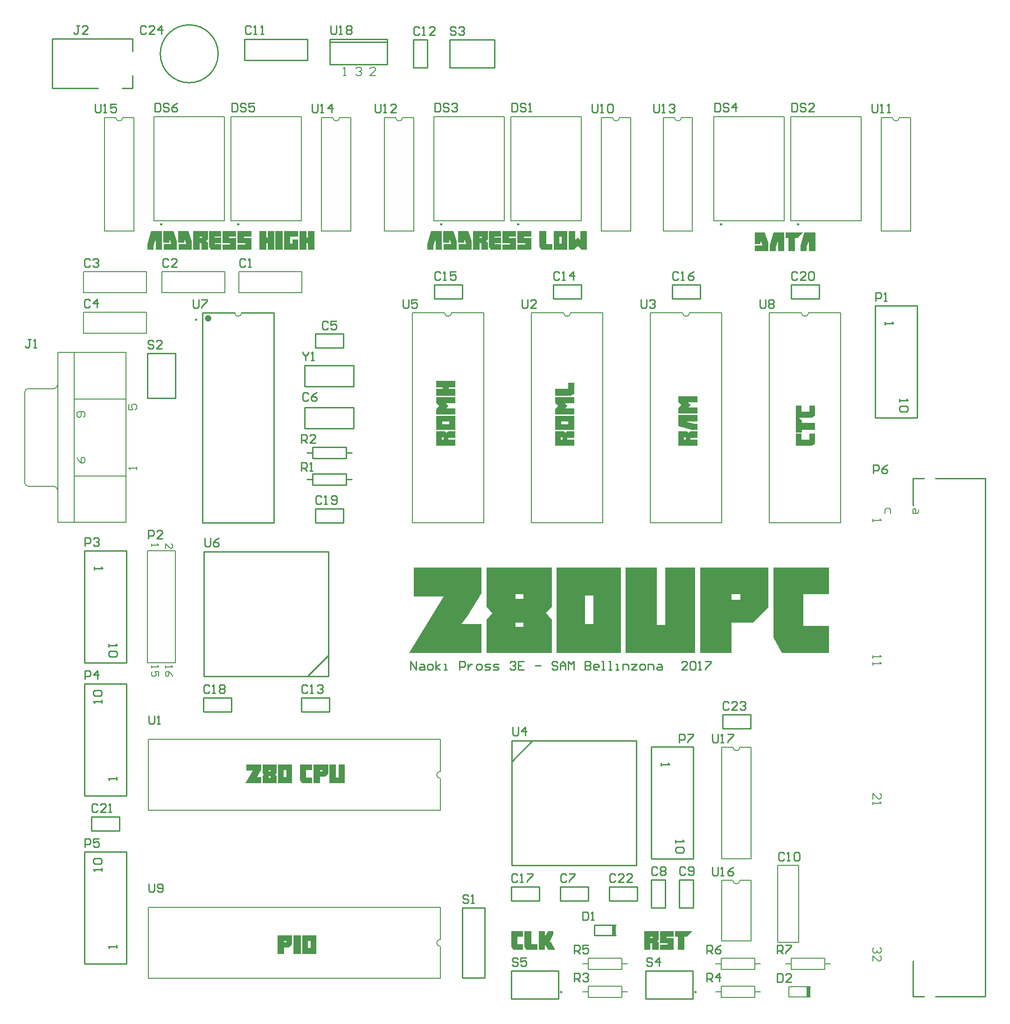
<source format=gbr>
From a29b4fd588d6f3136bfef0d5dc1ee40ead328b15 Mon Sep 17 00:00:00 2001
From: Nao Pross <naopross@thearcway.org>
Date: Tue, 23 May 2017 11:51:48 +0200
Subject: board complete, generate gerber (x2) files

this is probably the last commit before printing the PCB, unless there are some
other errors in the board design
---
 .../GerberX2/MainBoard_Legend_Top.gbr              | 3586 ++++++++++++++++++++
 1 file changed, 3586 insertions(+)
 create mode 100644 hw/Project Outputs for z80uPC/GerberX2/MainBoard_Legend_Top.gbr

(limited to 'hw/Project Outputs for z80uPC/GerberX2/MainBoard_Legend_Top.gbr')

diff --git a/hw/Project Outputs for z80uPC/GerberX2/MainBoard_Legend_Top.gbr b/hw/Project Outputs for z80uPC/GerberX2/MainBoard_Legend_Top.gbr
new file mode 100644
index 0000000..e7bb028
--- /dev/null
+++ b/hw/Project Outputs for z80uPC/GerberX2/MainBoard_Legend_Top.gbr	
@@ -0,0 +1,3586 @@
+G04 Layer_Color=65535*
+%FSLAX26Y26*%
+%MOIN*%
+%TF.FileFunction,Legend,Top*%
+%TF.Part,Single*%
+G01*
+G75*
+%TA.AperFunction,NonConductor*%
+%ADD14C,0.010000*%
+%ADD60C,0.007874*%
+%ADD61C,0.009842*%
+%ADD62C,0.023622*%
+%ADD63C,0.005905*%
+%ADD64C,0.008000*%
+%ADD65R,0.031496X0.074803*%
+G36*
+X4254211Y523115D02*
+X4243661Y512564D01*
+X4254211Y502013D01*
+Y450000D01*
+X4207936D01*
+Y497756D01*
+X4194609D01*
+Y450000D01*
+X4150000D01*
+Y584568D01*
+X4254211D01*
+Y523115D01*
+D02*
+G37*
+G36*
+X3650000Y4420940D02*
+X3626307Y4407983D01*
+X3515432D01*
+Y4456665D01*
+X3608352D01*
+Y4499978D01*
+X3650000D01*
+Y4420940D01*
+D02*
+G37*
+G36*
+X4456155Y542735D02*
+X4438386D01*
+Y450000D01*
+X4390445D01*
+Y542735D01*
+X4371194D01*
+Y584753D01*
+X4495026D01*
+X4456155Y542735D01*
+D02*
+G37*
+G36*
+X4361569Y545512D02*
+X4309926D01*
+Y535146D01*
+X4361569D01*
+Y450000D01*
+X4263837D01*
+Y485909D01*
+X4317701D01*
+Y499051D01*
+X4263837D01*
+Y584568D01*
+X4361569D01*
+Y545512D01*
+D02*
+G37*
+G36*
+X3650000Y4107936D02*
+X3602244D01*
+Y4094609D01*
+X3650000D01*
+Y4050000D01*
+X3515432D01*
+Y4154211D01*
+X3576885D01*
+X3587436Y4143661D01*
+X3597987Y4154211D01*
+X3650000D01*
+Y4107936D01*
+D02*
+G37*
+G36*
+X2800000Y4467030D02*
+X2753540D01*
+Y4456665D01*
+X2800000D01*
+Y4407983D01*
+X2665432D01*
+Y4456665D01*
+X2712263D01*
+Y4467030D01*
+X2665432D01*
+Y4513305D01*
+X2800000D01*
+Y4467030D01*
+D02*
+G37*
+G36*
+X3650000Y4353379D02*
+X3584289D01*
+X3602244Y4335424D01*
+X3584289Y4317655D01*
+X3650000D01*
+Y4273046D01*
+X3515432D01*
+Y4313212D01*
+X3537274Y4335424D01*
+X3515432Y4357821D01*
+Y4398358D01*
+X3650000D01*
+Y4353379D01*
+D02*
+G37*
+G36*
+Y4163837D02*
+X3515247D01*
+Y4263420D01*
+X3650000D01*
+Y4163837D01*
+D02*
+G37*
+G36*
+X2919112Y5511823D02*
+Y5450000D01*
+X2823416D01*
+Y5491277D01*
+X2877835D01*
+Y5495720D01*
+X2864693Y5534035D01*
+Y5501458D01*
+X2822120D01*
+Y5584568D01*
+X2893569D01*
+X2919112Y5511823D01*
+D02*
+G37*
+G36*
+X2812310D02*
+Y5450000D01*
+X2716613D01*
+Y5491277D01*
+X2771032D01*
+Y5495720D01*
+X2757890Y5534035D01*
+Y5501458D01*
+X2715317D01*
+Y5584568D01*
+X2786766D01*
+X2812310Y5511823D01*
+D02*
+G37*
+G36*
+X3128831Y5544216D02*
+X3082741D01*
+Y5536812D01*
+X3128831D01*
+Y5497756D01*
+X3082741D01*
+Y5490167D01*
+X3128831D01*
+Y5450000D01*
+X3055161D01*
+X3042759Y5473508D01*
+Y5584568D01*
+X3128831D01*
+Y5544216D01*
+D02*
+G37*
+G36*
+X3033134Y5523114D02*
+X3022583Y5512564D01*
+X3033134Y5502013D01*
+Y5450000D01*
+X2986859D01*
+Y5497756D01*
+X2973532D01*
+Y5450000D01*
+X2928923D01*
+Y5584568D01*
+X3033134D01*
+Y5523114D01*
+D02*
+G37*
+G36*
+X3344378Y491647D02*
+X3387691D01*
+Y450000D01*
+X3308654D01*
+X3295697Y473693D01*
+Y584568D01*
+X3344378D01*
+Y491647D01*
+D02*
+G37*
+G36*
+X3286072Y545512D02*
+X3244424D01*
+Y490167D01*
+X3286072D01*
+Y450000D01*
+X3213142D01*
+X3200000Y473508D01*
+Y584568D01*
+X3286072D01*
+Y545512D01*
+D02*
+G37*
+G36*
+X2705692Y5450000D02*
+X2661083D01*
+Y5530519D01*
+X2644609Y5476284D01*
+Y5450000D01*
+X2600000D01*
+Y5490167D01*
+X2628135Y5584568D01*
+X2705692D01*
+Y5450000D01*
+D02*
+G37*
+G36*
+X3502268Y560690D02*
+X3474133Y508862D01*
+X3483018D01*
+X3515410Y450000D01*
+X3464508D01*
+X3441741Y492203D01*
+Y450000D01*
+X3397502D01*
+Y584568D01*
+X3441741D01*
+Y543290D01*
+X3465248Y584568D01*
+X3502268D01*
+Y560690D01*
+D02*
+G37*
+G36*
+X2800000Y4353379D02*
+X2734289D01*
+X2752244Y4335424D01*
+X2734289Y4317655D01*
+X2800000D01*
+Y4273046D01*
+X2665432D01*
+Y4313212D01*
+X2687274Y4335424D01*
+X2665432Y4357821D01*
+Y4398358D01*
+X2800000D01*
+Y4353379D01*
+D02*
+G37*
+G36*
+X1633920Y1640000D02*
+X1534337D01*
+Y1774753D01*
+X1633920D01*
+Y1640000D01*
+D02*
+G37*
+G36*
+X1524711Y1713855D02*
+X1515456Y1703304D01*
+X1524711Y1691458D01*
+Y1640000D01*
+X1423091D01*
+Y1691458D01*
+X1432161Y1702008D01*
+X1423091Y1713855D01*
+Y1774568D01*
+X1524711D01*
+Y1713855D01*
+D02*
+G37*
+G36*
+X1893245Y1712189D02*
+X1869923Y1689052D01*
+X1833828D01*
+Y1640000D01*
+X1787368D01*
+Y1774568D01*
+X1893245D01*
+Y1712189D01*
+D02*
+G37*
+G36*
+X1777743Y1735512D02*
+X1736096D01*
+Y1680167D01*
+X1777743D01*
+Y1640000D01*
+X1704814D01*
+X1691672Y1663508D01*
+Y1774568D01*
+X1777743D01*
+Y1735512D01*
+D02*
+G37*
+G36*
+X1698256Y420000D02*
+X1645502D01*
+Y554568D01*
+X1698256D01*
+Y420000D01*
+D02*
+G37*
+G36*
+X1635877Y492189D02*
+X1612555Y469051D01*
+X1576460D01*
+Y420000D01*
+X1530000D01*
+Y554568D01*
+X1635877D01*
+Y492189D01*
+D02*
+G37*
+G36*
+X1413466Y1735697D02*
+Y1735512D01*
+X1413281Y1735326D01*
+X1413096Y1734771D01*
+X1412726Y1734216D01*
+X1411615Y1732365D01*
+X1410320Y1729959D01*
+Y1729774D01*
+X1409949Y1729403D01*
+X1409579Y1728663D01*
+X1409024Y1727737D01*
+X1408284Y1726627D01*
+X1407543Y1725516D01*
+X1405692Y1722555D01*
+X1405507Y1722370D01*
+X1405322Y1721814D01*
+X1404767Y1721074D01*
+X1404211Y1719963D01*
+X1403286Y1718668D01*
+X1402545Y1717187D01*
+X1400509Y1714040D01*
+X1400324Y1713855D01*
+X1399954Y1713300D01*
+X1399399Y1712374D01*
+X1398843Y1711264D01*
+X1397918Y1709968D01*
+X1396992Y1708487D01*
+X1394956Y1705155D01*
+Y1704970D01*
+X1394586Y1704785D01*
+X1394401Y1704045D01*
+X1393846Y1703304D01*
+X1393290Y1702379D01*
+X1392550Y1701268D01*
+X1390884Y1698492D01*
+X1388848Y1695345D01*
+X1386442Y1691643D01*
+X1383850Y1687571D01*
+X1381074Y1683313D01*
+X1413466D01*
+Y1640000D01*
+X1300185D01*
+X1355900Y1731069D01*
+X1307589D01*
+Y1774568D01*
+X1413466D01*
+Y1735697D01*
+D02*
+G37*
+G36*
+X1807650Y420000D02*
+X1708066D01*
+Y554753D01*
+X1807650D01*
+Y420000D01*
+D02*
+G37*
+G36*
+X4530000Y4359487D02*
+X4464289D01*
+X4482244Y4341533D01*
+X4464289Y4323763D01*
+X4530000D01*
+Y4279154D01*
+X4395432D01*
+Y4319320D01*
+X4417274Y4341533D01*
+X4395432Y4363930D01*
+Y4404467D01*
+X4530000D01*
+Y4359487D01*
+D02*
+G37*
+G36*
+Y4224919D02*
+X4449481D01*
+X4503716Y4208446D01*
+X4530000D01*
+Y4163837D01*
+X4489833D01*
+X4395432Y4191972D01*
+Y4269529D01*
+X4530000D01*
+Y4224919D01*
+D02*
+G37*
+G36*
+X2800000Y4163837D02*
+X2665247D01*
+Y4263420D01*
+X2800000D01*
+Y4163837D01*
+D02*
+G37*
+G36*
+Y4107936D02*
+X2752244D01*
+Y4094609D01*
+X2800000D01*
+Y4050000D01*
+X2665432D01*
+Y4154211D01*
+X2726885D01*
+X2737436Y4143661D01*
+X2747987Y4154211D01*
+X2800000D01*
+Y4107936D01*
+D02*
+G37*
+G36*
+X5370000Y4063142D02*
+X5346492Y4050000D01*
+X5235432D01*
+Y4136072D01*
+X5274488D01*
+Y4094424D01*
+X5329833D01*
+Y4136072D01*
+X5370000D01*
+Y4063142D01*
+D02*
+G37*
+G36*
+X2011709Y1640000D02*
+X1902871D01*
+Y1774568D01*
+X1948961D01*
+Y1681648D01*
+X1966915D01*
+Y1774568D01*
+X2011709D01*
+Y1640000D01*
+D02*
+G37*
+G36*
+X4530000Y4107936D02*
+X4482244D01*
+Y4094609D01*
+X4530000D01*
+Y4050000D01*
+X4395432D01*
+Y4154211D01*
+X4456886D01*
+X4467436Y4143661D01*
+X4477987Y4154211D01*
+X4530000D01*
+Y4107936D01*
+D02*
+G37*
+G36*
+X5370000Y4264161D02*
+X5346492Y4251019D01*
+X5255256D01*
+X5277265Y4230658D01*
+Y4212888D01*
+X5370000D01*
+Y4164947D01*
+X5277265D01*
+Y4145697D01*
+X5235247D01*
+Y4269529D01*
+X5235432Y4269357D01*
+Y4337090D01*
+X5274488D01*
+Y4295443D01*
+X5329833D01*
+Y4337090D01*
+X5370000D01*
+Y4264161D01*
+D02*
+G37*
+G36*
+X1343547Y5545512D02*
+X1291904D01*
+Y5535146D01*
+X1343547D01*
+Y5450000D01*
+X1245814D01*
+Y5485909D01*
+X1299678D01*
+Y5499051D01*
+X1245814D01*
+Y5584568D01*
+X1343547D01*
+Y5545512D01*
+D02*
+G37*
+G36*
+X1568998Y5450000D02*
+X1516245D01*
+Y5584568D01*
+X1568998D01*
+Y5450000D01*
+D02*
+G37*
+G36*
+X1678393Y5542735D02*
+X1620271D01*
+Y5493313D01*
+X1638226D01*
+Y5524780D01*
+X1678393D01*
+Y5450000D01*
+X1578809D01*
+Y5584753D01*
+X1678393D01*
+Y5542735D01*
+D02*
+G37*
+G36*
+X1236189Y5545512D02*
+X1184546D01*
+Y5535146D01*
+X1236189D01*
+Y5450000D01*
+X1138456D01*
+Y5485909D01*
+X1192320D01*
+Y5499051D01*
+X1138456D01*
+Y5584568D01*
+X1236189D01*
+Y5545512D01*
+D02*
+G37*
+G36*
+X919112Y5511823D02*
+Y5450000D01*
+X823416D01*
+Y5491277D01*
+X877835D01*
+Y5495720D01*
+X864693Y5534035D01*
+Y5501458D01*
+X822120D01*
+Y5584568D01*
+X893569D01*
+X919112Y5511823D01*
+D02*
+G37*
+G36*
+X1033134Y5523114D02*
+X1022583Y5512564D01*
+X1033134Y5502013D01*
+Y5450000D01*
+X986859D01*
+Y5497756D01*
+X973532D01*
+Y5450000D01*
+X928923D01*
+Y5584568D01*
+X1033134D01*
+Y5523114D01*
+D02*
+G37*
+G36*
+X1128831Y5544216D02*
+X1082741D01*
+Y5536812D01*
+X1128831D01*
+Y5497756D01*
+X1082741D01*
+Y5490167D01*
+X1128831D01*
+Y5450000D01*
+X1055161D01*
+X1042759Y5473508D01*
+Y5584568D01*
+X1128831D01*
+Y5544216D01*
+D02*
+G37*
+G36*
+X1506620Y5450000D02*
+X1460345D01*
+Y5496460D01*
+X1449979D01*
+Y5450000D01*
+X1401298D01*
+Y5584568D01*
+X1449979D01*
+Y5537737D01*
+X1460345D01*
+Y5584568D01*
+X1506620D01*
+Y5450000D01*
+D02*
+G37*
+G36*
+X5037397Y2894154D02*
+X4929068Y2786658D01*
+X4775741D01*
+Y2570000D01*
+X4552417D01*
+Y3180809D01*
+X5037397D01*
+Y2894154D01*
+D02*
+G37*
+G36*
+X5470713Y2991650D02*
+X5286554D01*
+Y2764159D01*
+X5470713D01*
+Y2570000D01*
+X5134893D01*
+X5073229Y2679996D01*
+Y3180809D01*
+X5470713D01*
+Y2991650D01*
+D02*
+G37*
+G36*
+X4515752Y2570000D02*
+X4018271D01*
+Y3180809D01*
+X4239929D01*
+Y2770825D01*
+X4300760D01*
+Y3180809D01*
+X4515752D01*
+Y2570000D01*
+D02*
+G37*
+G36*
+X3983273D02*
+X3525791D01*
+Y3180809D01*
+X3983273D01*
+Y2570000D01*
+D02*
+G37*
+G36*
+X1793340Y5450000D02*
+X1747065D01*
+Y5496460D01*
+X1736699D01*
+Y5450000D01*
+X1688018D01*
+Y5584568D01*
+X1736699D01*
+Y5537737D01*
+X1747065D01*
+Y5584568D01*
+X1793340D01*
+Y5450000D01*
+D02*
+G37*
+G36*
+X2988313Y2998316D02*
+Y2997483D01*
+X2987479Y2996650D01*
+X2985813Y2994150D01*
+X2984146Y2990816D01*
+X2979146Y2982483D01*
+X2973313Y2972484D01*
+Y2971651D01*
+X2971647Y2969984D01*
+X2969980Y2966651D01*
+X2967480Y2963318D01*
+X2964980Y2958318D01*
+X2961647Y2952485D01*
+X2953314Y2939152D01*
+X2952481Y2938319D01*
+X2951647Y2935819D01*
+X2949148Y2932485D01*
+X2945814Y2927486D01*
+X2942481Y2921653D01*
+X2938315Y2914986D01*
+X2929148Y2900820D01*
+X2928315Y2899987D01*
+X2927482Y2897487D01*
+X2924982Y2893320D01*
+X2921649Y2888321D01*
+X2918315Y2882488D01*
+X2914149Y2875821D01*
+X2904983Y2860822D01*
+Y2859988D01*
+X2904149Y2859155D01*
+X2902483Y2856655D01*
+X2899983Y2853322D01*
+X2894983Y2844989D01*
+X2887483Y2834156D01*
+X2879150Y2820823D01*
+X2869151Y2806657D01*
+X2857485Y2792491D01*
+X2845818Y2777492D01*
+X2988313D01*
+Y2570000D01*
+X2470833D01*
+X2716657Y2972484D01*
+X2503332D01*
+Y3180809D01*
+X2988313D01*
+Y2998316D01*
+D02*
+G37*
+G36*
+X3489959Y2901653D02*
+X3449128Y2857488D01*
+X3489959Y2807490D01*
+Y2570000D01*
+X3024144D01*
+Y2808324D01*
+X3064143Y2852489D01*
+X3024144Y2901653D01*
+Y3180809D01*
+X3489959D01*
+Y2901653D01*
+D02*
+G37*
+G36*
+X3742437Y5450000D02*
+X3702826D01*
+X3676542Y5476469D01*
+X3649517Y5450000D01*
+X3612312D01*
+Y5584568D01*
+X3658772D01*
+Y5519968D01*
+X3676356Y5537182D01*
+X3694496Y5519968D01*
+Y5584568D01*
+X3742437D01*
+Y5450000D01*
+D02*
+G37*
+G36*
+X5036992Y5501823D02*
+Y5440000D01*
+X4941296D01*
+Y5481277D01*
+X4995715D01*
+Y5485720D01*
+X4982573Y5524035D01*
+Y5491458D01*
+X4940000D01*
+Y5574568D01*
+X5011449D01*
+X5036992Y5501823D01*
+D02*
+G37*
+G36*
+X5152495Y5440000D02*
+X5107886D01*
+Y5520519D01*
+X5091412Y5466284D01*
+Y5440000D01*
+X5046803D01*
+Y5480167D01*
+X5074938Y5574568D01*
+X5152495D01*
+Y5440000D01*
+D02*
+G37*
+G36*
+X3602687Y5450000D02*
+X3503103D01*
+Y5584753D01*
+X3602687D01*
+Y5450000D01*
+D02*
+G37*
+G36*
+X3236189Y5545512D02*
+X3184546D01*
+Y5535146D01*
+X3236189D01*
+Y5450000D01*
+X3138456D01*
+Y5485909D01*
+X3192320D01*
+Y5499051D01*
+X3138456D01*
+Y5584568D01*
+X3236189D01*
+Y5545512D01*
+D02*
+G37*
+G36*
+X3343547D02*
+X3291904D01*
+Y5535146D01*
+X3343547D01*
+Y5450000D01*
+X3245814D01*
+Y5485909D01*
+X3299678D01*
+Y5499051D01*
+X3245814D01*
+Y5584568D01*
+X3343547D01*
+Y5545512D01*
+D02*
+G37*
+G36*
+X3449979Y5491648D02*
+X3493293D01*
+Y5450000D01*
+X3414255D01*
+X3401298Y5473693D01*
+Y5584568D01*
+X3449979D01*
+Y5491648D01*
+D02*
+G37*
+G36*
+X5373134Y5440000D02*
+X5328525D01*
+Y5520519D01*
+X5312051Y5466284D01*
+Y5440000D01*
+X5267442D01*
+Y5480167D01*
+X5295577Y5574568D01*
+X5373134D01*
+Y5440000D01*
+D02*
+G37*
+G36*
+X812310Y5511823D02*
+Y5450000D01*
+X716613D01*
+Y5491277D01*
+X771032D01*
+Y5495720D01*
+X757890Y5534035D01*
+Y5501458D01*
+X715317D01*
+Y5584568D01*
+X786766D01*
+X812310Y5511823D01*
+D02*
+G37*
+G36*
+X5247081Y5532735D02*
+X5229311D01*
+Y5440000D01*
+X5181370D01*
+Y5532735D01*
+X5162120D01*
+Y5574753D01*
+X5285952D01*
+X5247081Y5532735D01*
+D02*
+G37*
+G36*
+X705692Y5450000D02*
+X661083D01*
+Y5530519D01*
+X644609Y5476284D01*
+Y5450000D01*
+X600000D01*
+Y5490167D01*
+X628135Y5584568D01*
+X705692D01*
+Y5450000D01*
+D02*
+G37*
+%LPC*%
+G36*
+X4210898Y544216D02*
+X4194609D01*
+Y533665D01*
+X4210898D01*
+Y544216D01*
+D02*
+G37*
+G36*
+X3566335Y4110898D02*
+X3555784D01*
+Y4094609D01*
+X3566335D01*
+Y4110898D01*
+D02*
+G37*
+G36*
+X3606687Y4223254D02*
+X3557265D01*
+Y4205299D01*
+X3606687D01*
+Y4223254D01*
+D02*
+G37*
+G36*
+X2989821Y5544216D02*
+X2973532D01*
+Y5533665D01*
+X2989821D01*
+Y5544216D01*
+D02*
+G37*
+G36*
+X1593754Y1732735D02*
+X1575799D01*
+Y1683313D01*
+X1593754D01*
+Y1732735D01*
+D02*
+G37*
+G36*
+X1482694Y1689237D02*
+X1466405D01*
+Y1678871D01*
+X1482694D01*
+Y1689237D01*
+D02*
+G37*
+G36*
+Y1735512D02*
+X1466405D01*
+Y1723665D01*
+X1482694D01*
+Y1735512D01*
+D02*
+G37*
+G36*
+X1851783D02*
+X1833828D01*
+Y1722740D01*
+X1851783D01*
+Y1735512D01*
+D02*
+G37*
+G36*
+X1594415Y515512D02*
+X1576460D01*
+Y502740D01*
+X1594415D01*
+Y515512D01*
+D02*
+G37*
+G36*
+X1767483Y512735D02*
+X1749529D01*
+Y463313D01*
+X1767483D01*
+Y512735D01*
+D02*
+G37*
+G36*
+X2756687Y4223254D02*
+X2707265D01*
+Y4205299D01*
+X2756687D01*
+Y4223254D01*
+D02*
+G37*
+G36*
+X2716335Y4110898D02*
+X2705784D01*
+Y4094609D01*
+X2716335D01*
+Y4110898D01*
+D02*
+G37*
+G36*
+X4446335D02*
+X4435784D01*
+Y4094609D01*
+X4446335D01*
+Y4110898D01*
+D02*
+G37*
+G36*
+X989821Y5544216D02*
+X973532D01*
+Y5533665D01*
+X989821D01*
+Y5544216D01*
+D02*
+G37*
+G36*
+X4836572Y2991650D02*
+X4775741D01*
+Y2951651D01*
+X4836572D01*
+Y2991650D01*
+D02*
+G37*
+G36*
+X3788281Y2979150D02*
+X3726616D01*
+Y2777492D01*
+X3788281D01*
+Y2979150D01*
+D02*
+G37*
+G36*
+X3287467Y2787491D02*
+X3232470D01*
+Y2758326D01*
+X3287467D01*
+Y2787491D01*
+D02*
+G37*
+G36*
+Y2991650D02*
+X3232470D01*
+Y2955818D01*
+X3287467D01*
+Y2991650D01*
+D02*
+G37*
+G36*
+X3562520Y5542735D02*
+X3544565D01*
+Y5493313D01*
+X3562520D01*
+Y5542735D01*
+D02*
+G37*
+%LPD*%
+D14*
+X-80000Y6602835D02*
+X246772D01*
+X420000D02*
+X494803D01*
+Y6693386D01*
+X-80000Y6602835D02*
+Y6957166D01*
+X494803D01*
+X494803Y6866614D01*
+X3550000Y900000D02*
+X3750000D01*
+X3550000Y800000D02*
+Y900000D01*
+Y800000D02*
+X3750000D01*
+Y900000D01*
+X3538504Y100000D02*
+Y300000D01*
+X3201496D02*
+X3538504D01*
+X3201496Y100000D02*
+Y300000D01*
+Y100000D02*
+X3538504D01*
+X4300000Y750000D02*
+Y950000D01*
+X4200000D02*
+X4300000D01*
+X4200000Y750000D02*
+Y950000D01*
+Y750000D02*
+X4300000D01*
+X4400000D02*
+Y950000D01*
+Y750000D02*
+X4500000D01*
+Y950000D01*
+X4400000D02*
+X4500000D01*
+X1000000Y2150000D02*
+X1200000D01*
+Y2250000D01*
+X1000000D02*
+X1200000D01*
+X1000000Y2150000D02*
+Y2250000D01*
+X3200000Y800000D02*
+X3400000D01*
+Y900000D01*
+X3200000D02*
+X3400000D01*
+X3200000Y800000D02*
+Y900000D01*
+X4350000Y5100000D02*
+X4550000D01*
+Y5200000D01*
+X4350000D02*
+X4550000D01*
+X4350000Y5100000D02*
+Y5200000D01*
+X2650000Y5100000D02*
+X2850000D01*
+Y5200000D01*
+X2650000D02*
+X2850000D01*
+X2650000Y5100000D02*
+Y5200000D01*
+X3500000Y5100000D02*
+X3700000D01*
+Y5200000D01*
+X3500000D02*
+X3700000D01*
+X3500000Y5100000D02*
+Y5200000D01*
+X1700000Y2150000D02*
+X1900000D01*
+Y2250000D01*
+X1700000D02*
+X1900000D01*
+X1700000Y2150000D02*
+Y2250000D01*
+X4710000Y2130000D02*
+X4910000D01*
+X4710000Y2030000D02*
+Y2130000D01*
+Y2030000D02*
+X4910000D01*
+Y2130000D01*
+X3900000Y900000D02*
+X4100000D01*
+X3900000Y800000D02*
+Y900000D01*
+Y800000D02*
+X4100000D01*
+Y900000D01*
+X200000Y1300000D02*
+X400000D01*
+Y1400000D01*
+X200000D02*
+X400000D01*
+X200000Y1300000D02*
+Y1400000D01*
+X5200000Y5100000D02*
+X5400000D01*
+Y5200000D01*
+X5200000D02*
+X5400000D01*
+X5200000Y5100000D02*
+Y5200000D01*
+X1800000Y3500000D02*
+X2000000D01*
+Y3600000D01*
+X1800000D02*
+X2000000D01*
+X1800000Y3500000D02*
+Y3600000D01*
+X1747500Y2407500D02*
+X1895000Y2555000D01*
+X1005000Y2405000D02*
+Y3295000D01*
+X1895000D01*
+Y2405000D02*
+Y3295000D01*
+X1005000Y2405000D02*
+X1895000D01*
+X600000Y4390000D02*
+Y4710000D01*
+X800000D01*
+Y4390000D02*
+Y4710000D01*
+X600000Y4390000D02*
+X800000D01*
+X150000Y3300000D02*
+X450000D01*
+Y2500000D02*
+Y3300000D01*
+X150000Y2500000D02*
+X450000D01*
+X150000D02*
+Y3300000D01*
+Y1550000D02*
+X450000D01*
+X150000D02*
+Y2350000D01*
+X450000D01*
+Y1550000D02*
+Y2350000D01*
+X150000Y350000D02*
+X450000D01*
+X150000D02*
+Y1150000D01*
+X450000D01*
+Y350000D02*
+Y1150000D01*
+X1800000Y4850000D02*
+X2000000D01*
+X1800000Y4750000D02*
+Y4850000D01*
+Y4750000D02*
+X2000000D01*
+Y4850000D01*
+X2020000Y3960000D02*
+Y4040000D01*
+X1780000Y3960000D02*
+X2020000D01*
+X1780000D02*
+Y4040000D01*
+X2020000D01*
+Y4000000D02*
+X2060000D01*
+X1740000D02*
+X1780000D01*
+X2075000Y4475000D02*
+Y4625000D01*
+X1725000Y4475000D02*
+X2075000D01*
+X1725000D02*
+Y4625000D01*
+X2075000D01*
+X4200000Y1900000D02*
+X4500000D01*
+Y1100000D02*
+Y1900000D01*
+X4200000Y1100000D02*
+X4500000D01*
+X4200000D02*
+Y1900000D01*
+X6070866Y3818898D02*
+X6151181D01*
+X6229921D02*
+X6588189D01*
+X6070866Y118110D02*
+X6151181D01*
+X6229921D02*
+X6588189D01*
+Y3818898D01*
+X6070866Y3624803D02*
+Y3818898D01*
+Y118110D02*
+Y370276D01*
+X1905276Y6954173D02*
+X2314724D01*
+Y6773071D02*
+Y6954173D01*
+X1905276Y6773071D02*
+X2314724D01*
+X1905276D02*
+Y6954173D01*
+X1905276Y6934488D02*
+X2314724D01*
+X2760000Y6750000D02*
+Y6950000D01*
+Y6750000D02*
+X3080000D01*
+Y6950000D01*
+X2760000D02*
+X3080000D01*
+X2500000D02*
+X2600000D01*
+Y6750000D02*
+Y6950000D01*
+X2500000Y6750000D02*
+X2600000D01*
+X2500000D02*
+Y6950000D01*
+X1295000Y6805000D02*
+X1745000D01*
+Y6955000D01*
+X1295000D02*
+X1745000D01*
+X1295000Y6805000D02*
+Y6955000D01*
+X1725000Y4175000D02*
+Y4325000D01*
+X2075000D01*
+Y4175000D02*
+Y4325000D01*
+X1725000Y4175000D02*
+X2075000D01*
+X3793228Y552598D02*
+Y627402D01*
+X3946772D01*
+X3793228Y552598D02*
+X3946772D01*
+X5800000Y5050000D02*
+X6100000D01*
+Y4250000D02*
+Y5050000D01*
+X5800000Y4250000D02*
+X6100000D01*
+X5800000D02*
+Y5050000D01*
+X2020000Y3770000D02*
+Y3850000D01*
+X1780000Y3770000D02*
+X2020000D01*
+X1780000D02*
+Y3850000D01*
+X2020000D01*
+Y3810000D02*
+X2060000D01*
+X1740000D02*
+X1780000D01*
+X2850000Y250000D02*
+Y750000D01*
+X3010000Y250000D02*
+Y750000D01*
+X2850000D02*
+X3010000D01*
+X2850000Y250000D02*
+X3010000D01*
+X4498504Y100000D02*
+Y300000D01*
+X4161496D02*
+X4498504D01*
+X4161496Y100000D02*
+Y300000D01*
+Y100000D02*
+X4498504D01*
+X3205000Y1795000D02*
+X3352500Y1942500D01*
+X4095000Y1055000D02*
+Y1945000D01*
+X3205000Y1055000D02*
+X4095000D01*
+X3205000D02*
+Y1945000D01*
+X4095000D01*
+X996063Y3500000D02*
+Y5000000D01*
+X1503937Y3500000D02*
+Y5000000D01*
+X996063D02*
+X1225000D01*
+X1275000D02*
+X1503937D01*
+X996063Y3500000D02*
+X1503937D01*
+X325000Y2635000D02*
+Y2615006D01*
+Y2625003D01*
+X384981D01*
+X374984Y2635000D01*
+Y2585016D02*
+X384981Y2575019D01*
+Y2555026D01*
+X374984Y2545029D01*
+X334997D01*
+X325000Y2555026D01*
+Y2575019D01*
+X334997Y2585016D01*
+X374984D01*
+X275000Y2215000D02*
+Y2234994D01*
+Y2224997D01*
+X215019D01*
+X225016Y2215000D01*
+Y2264984D02*
+X215019Y2274981D01*
+Y2294974D01*
+X225016Y2304971D01*
+X265003D01*
+X275000Y2294974D01*
+Y2274981D01*
+X265003Y2264984D01*
+X225016D01*
+X275000Y1015000D02*
+Y1034994D01*
+Y1024997D01*
+X215020D01*
+X225016Y1015000D01*
+Y1064984D02*
+X215020Y1074981D01*
+Y1094974D01*
+X225016Y1104971D01*
+X265003D01*
+X275000Y1094974D01*
+Y1074981D01*
+X265003Y1064984D01*
+X225016D01*
+X2480000Y2450000D02*
+Y2509981D01*
+X2519987Y2450000D01*
+Y2509981D01*
+X2549977Y2489987D02*
+X2569971D01*
+X2579968Y2479990D01*
+Y2450000D01*
+X2549977D01*
+X2539981Y2459997D01*
+X2549977Y2469994D01*
+X2579968D01*
+X2609958Y2450000D02*
+X2629952D01*
+X2639948Y2459997D01*
+Y2479990D01*
+X2629952Y2489987D01*
+X2609958D01*
+X2599961Y2479990D01*
+Y2459997D01*
+X2609958Y2450000D01*
+X2659942D02*
+Y2509981D01*
+Y2469994D02*
+X2689932Y2489987D01*
+X2659942Y2469994D02*
+X2689932Y2450000D01*
+X2719922D02*
+X2739916D01*
+X2729919D01*
+Y2489987D01*
+X2719922D01*
+X2829887Y2450000D02*
+Y2509981D01*
+X2859877D01*
+X2869874Y2499984D01*
+Y2479990D01*
+X2859877Y2469994D01*
+X2829887D01*
+X2889867Y2489987D02*
+Y2450000D01*
+Y2469994D01*
+X2899864Y2479990D01*
+X2909861Y2489987D01*
+X2919858D01*
+X2959845Y2450000D02*
+X2979838D01*
+X2989835Y2459997D01*
+Y2479990D01*
+X2979838Y2489987D01*
+X2959845D01*
+X2949848Y2479990D01*
+Y2459997D01*
+X2959845Y2450000D01*
+X3009829D02*
+X3039819D01*
+X3049816Y2459997D01*
+X3039819Y2469994D01*
+X3019825D01*
+X3009829Y2479990D01*
+X3019825Y2489987D01*
+X3049816D01*
+X3069809Y2450000D02*
+X3099800D01*
+X3109796Y2459997D01*
+X3099800Y2469994D01*
+X3079806D01*
+X3069809Y2479990D01*
+X3079806Y2489987D01*
+X3109796D01*
+X3189770Y2499984D02*
+X3199767Y2509981D01*
+X3219761D01*
+X3229758Y2499984D01*
+Y2489987D01*
+X3219761Y2479990D01*
+X3209764D01*
+X3219761D01*
+X3229758Y2469994D01*
+Y2459997D01*
+X3219761Y2450000D01*
+X3199767D01*
+X3189770Y2459997D01*
+X3289738Y2509981D02*
+X3249751D01*
+Y2450000D01*
+X3289738D01*
+X3249751Y2479990D02*
+X3269744D01*
+X3369712D02*
+X3409699D01*
+X3529660Y2499984D02*
+X3519664Y2509981D01*
+X3499670D01*
+X3489673Y2499984D01*
+Y2489987D01*
+X3499670Y2479990D01*
+X3519664D01*
+X3529660Y2469994D01*
+Y2459997D01*
+X3519664Y2450000D01*
+X3499670D01*
+X3489673Y2459997D01*
+X3549654Y2450000D02*
+Y2489987D01*
+X3569648Y2509981D01*
+X3589641Y2489987D01*
+Y2450000D01*
+Y2479990D01*
+X3549654D01*
+X3609635Y2450000D02*
+Y2509981D01*
+X3629628Y2489987D01*
+X3649622Y2509981D01*
+Y2450000D01*
+X3729596Y2509981D02*
+Y2450000D01*
+X3759586D01*
+X3769583Y2459997D01*
+Y2469994D01*
+X3759586Y2479990D01*
+X3729596D01*
+X3759586D01*
+X3769583Y2489987D01*
+Y2499984D01*
+X3759586Y2509981D01*
+X3729596D01*
+X3819567Y2450000D02*
+X3799573D01*
+X3789576Y2459997D01*
+Y2479990D01*
+X3799573Y2489987D01*
+X3819567D01*
+X3829564Y2479990D01*
+Y2469994D01*
+X3789576D01*
+X3849557Y2450000D02*
+X3869550D01*
+X3859554D01*
+Y2509981D01*
+X3849557D01*
+X3899541Y2450000D02*
+X3919534D01*
+X3909538D01*
+Y2509981D01*
+X3899541D01*
+X3949525Y2450000D02*
+X3969518D01*
+X3959521D01*
+Y2489987D01*
+X3949525D01*
+X3999508Y2450000D02*
+Y2489987D01*
+X4029499D01*
+X4039495Y2479990D01*
+Y2450000D01*
+X4059489Y2489987D02*
+X4099476D01*
+X4059489Y2450000D01*
+X4099476D01*
+X4129466D02*
+X4149460D01*
+X4159457Y2459997D01*
+Y2479990D01*
+X4149460Y2489987D01*
+X4129466D01*
+X4119470Y2479990D01*
+Y2459997D01*
+X4129466Y2450000D01*
+X4179450D02*
+Y2489987D01*
+X4209440D01*
+X4219437Y2479990D01*
+Y2450000D01*
+X4249428Y2489987D02*
+X4269421D01*
+X4279418Y2479990D01*
+Y2450000D01*
+X4249428D01*
+X4239431Y2459997D01*
+X4249428Y2469994D01*
+X4279418D01*
+X4459360Y2450000D02*
+X4419373D01*
+X4459360Y2489987D01*
+Y2499984D01*
+X4449363Y2509981D01*
+X4429369D01*
+X4419373Y2499984D01*
+X4479353D02*
+X4489350Y2509981D01*
+X4509343D01*
+X4519340Y2499984D01*
+Y2459997D01*
+X4509343Y2450000D01*
+X4489350D01*
+X4479353Y2459997D01*
+Y2499984D01*
+X4539334Y2450000D02*
+X4559327D01*
+X4549331D01*
+Y2509981D01*
+X4539334Y2499984D01*
+X4589318Y2509981D02*
+X4629305D01*
+Y2499984D01*
+X4589318Y2459997D01*
+Y2450000D01*
+X4375000Y1235000D02*
+Y1215006D01*
+Y1225003D01*
+X4434981D01*
+X4424984Y1235000D01*
+Y1185016D02*
+X4434981Y1175019D01*
+Y1155026D01*
+X4424984Y1145029D01*
+X4384997D01*
+X4375000Y1155026D01*
+Y1175019D01*
+X4384997Y1185016D01*
+X4424984D01*
+X5975000Y4385000D02*
+Y4365007D01*
+Y4375003D01*
+X6034980D01*
+X6024984Y4385000D01*
+Y4335016D02*
+X6034980Y4325020D01*
+Y4305026D01*
+X6024984Y4295029D01*
+X5984997D01*
+X5975000Y4305026D01*
+Y4325020D01*
+X5984997Y4335016D01*
+X6024984D01*
+X114987Y7049981D02*
+X94993D01*
+X104990D01*
+Y6999997D01*
+X94993Y6990000D01*
+X84997D01*
+X75000Y6999997D01*
+X174968Y6990000D02*
+X134981D01*
+X174968Y7029987D01*
+Y7039984D01*
+X164971Y7049981D01*
+X144977D01*
+X134981Y7039984D01*
+X-230533Y4810461D02*
+X-250526D01*
+X-240529D01*
+Y4760477D01*
+X-250526Y4750480D01*
+X-260523D01*
+X-270520Y4760477D01*
+X-210539Y4750480D02*
+X-190546D01*
+X-200542D01*
+Y4810461D01*
+X-210539Y4800464D01*
+X1710000Y4719981D02*
+Y4709984D01*
+X1729994Y4689990D01*
+X1749987Y4709984D01*
+Y4719981D01*
+X1729994Y4689990D02*
+Y4660000D01*
+X1769981D02*
+X1789974D01*
+X1779977D01*
+Y4719981D01*
+X1769981Y4709984D01*
+X4637480Y1991461D02*
+Y1941477D01*
+X4647477Y1931480D01*
+X4667471D01*
+X4677467Y1941477D01*
+Y1991461D01*
+X4697461Y1931480D02*
+X4717454D01*
+X4707458D01*
+Y1991461D01*
+X4697461Y1981464D01*
+X4747445Y1991461D02*
+X4787432D01*
+Y1981464D01*
+X4747445Y1941477D01*
+Y1931480D01*
+X4637480Y1040461D02*
+Y990477D01*
+X4647477Y980480D01*
+X4667471D01*
+X4677467Y990477D01*
+Y1040461D01*
+X4697461Y980480D02*
+X4717454D01*
+X4707458D01*
+Y1040461D01*
+X4697461Y1030464D01*
+X4787432Y1040461D02*
+X4767438Y1030464D01*
+X4747445Y1010471D01*
+Y990477D01*
+X4757441Y980480D01*
+X4777435D01*
+X4787432Y990477D01*
+Y1000474D01*
+X4777435Y1010471D01*
+X4747445D01*
+X227480Y6489461D02*
+Y6439477D01*
+X237477Y6429480D01*
+X257471D01*
+X267467Y6439477D01*
+Y6489461D01*
+X287461Y6429480D02*
+X307454D01*
+X297458D01*
+Y6489461D01*
+X287461Y6479464D01*
+X377432Y6489461D02*
+X337445D01*
+Y6459471D01*
+X357438Y6469467D01*
+X367435D01*
+X377432Y6459471D01*
+Y6439477D01*
+X367435Y6429480D01*
+X347442D01*
+X337445Y6439477D01*
+X1777480Y6489461D02*
+Y6439477D01*
+X1787477Y6429480D01*
+X1807471D01*
+X1817467Y6439477D01*
+Y6489461D01*
+X1837461Y6429480D02*
+X1857454D01*
+X1847458D01*
+Y6489461D01*
+X1837461Y6479464D01*
+X1917435Y6429480D02*
+Y6489461D01*
+X1887445Y6459471D01*
+X1927432D01*
+X4219480Y6489461D02*
+Y6439477D01*
+X4229477Y6429480D01*
+X4249471D01*
+X4259467Y6439477D01*
+Y6489461D01*
+X4279461Y6429480D02*
+X4299454D01*
+X4289458D01*
+Y6489461D01*
+X4279461Y6479464D01*
+X4329445D02*
+X4339441Y6489461D01*
+X4359435D01*
+X4369432Y6479464D01*
+Y6469467D01*
+X4359435Y6459471D01*
+X4349438D01*
+X4359435D01*
+X4369432Y6449474D01*
+Y6439477D01*
+X4359435Y6429480D01*
+X4339441D01*
+X4329445Y6439477D01*
+X5777480Y6489461D02*
+Y6439477D01*
+X5787477Y6429480D01*
+X5807471D01*
+X5817467Y6439477D01*
+Y6489461D01*
+X5837461Y6429480D02*
+X5857454D01*
+X5847458D01*
+Y6489461D01*
+X5837461Y6479464D01*
+X5887445Y6429480D02*
+X5907438D01*
+X5897441D01*
+Y6489461D01*
+X5887445Y6479464D01*
+X612480Y922461D02*
+Y872477D01*
+X622477Y862480D01*
+X642471D01*
+X652467Y872477D01*
+Y922461D01*
+X672461Y872477D02*
+X682458Y862480D01*
+X702451D01*
+X712448Y872477D01*
+Y912464D01*
+X702451Y922461D01*
+X682458D01*
+X672461Y912464D01*
+Y902467D01*
+X682458Y892471D01*
+X712448D01*
+X4977480Y5093461D02*
+Y5043477D01*
+X4987477Y5033480D01*
+X5007471D01*
+X5017467Y5043477D01*
+Y5093461D01*
+X5037461Y5083464D02*
+X5047458Y5093461D01*
+X5067451D01*
+X5077448Y5083464D01*
+Y5073467D01*
+X5067451Y5063471D01*
+X5077448Y5053474D01*
+Y5043477D01*
+X5067451Y5033480D01*
+X5047458D01*
+X5037461Y5043477D01*
+Y5053474D01*
+X5047458Y5063471D01*
+X5037461Y5073467D01*
+Y5083464D01*
+X5047458Y5063471D02*
+X5067451D01*
+X927480Y5095461D02*
+Y5045477D01*
+X937477Y5035480D01*
+X957471D01*
+X967467Y5045477D01*
+Y5095461D01*
+X987461D02*
+X1027448D01*
+Y5085464D01*
+X987461Y5045477D01*
+Y5035480D01*
+X1010480Y3390461D02*
+Y3340477D01*
+X1020477Y3330480D01*
+X1040471D01*
+X1050467Y3340477D01*
+Y3390461D01*
+X1110448D02*
+X1090454Y3380464D01*
+X1070461Y3360471D01*
+Y3340477D01*
+X1080458Y3330480D01*
+X1100451D01*
+X1110448Y3340477D01*
+Y3350474D01*
+X1100451Y3360471D01*
+X1070461D01*
+X2427480Y5093461D02*
+Y5043477D01*
+X2437477Y5033480D01*
+X2457471D01*
+X2467467Y5043477D01*
+Y5093461D01*
+X2527448D02*
+X2487461D01*
+Y5063471D01*
+X2507454Y5073467D01*
+X2517451D01*
+X2527448Y5063471D01*
+Y5043477D01*
+X2517451Y5033480D01*
+X2497458D01*
+X2487461Y5043477D01*
+X3210480Y2040461D02*
+Y1990477D01*
+X3220477Y1980480D01*
+X3240471D01*
+X3250467Y1990477D01*
+Y2040461D01*
+X3300451Y1980480D02*
+Y2040461D01*
+X3270461Y2010471D01*
+X3310448D01*
+X4127480Y5093461D02*
+Y5043477D01*
+X4137477Y5033480D01*
+X4157471D01*
+X4167467Y5043477D01*
+Y5093461D01*
+X4187461Y5083464D02*
+X4197458Y5093461D01*
+X4217451D01*
+X4227448Y5083464D01*
+Y5073467D01*
+X4217451Y5063471D01*
+X4207454D01*
+X4217451D01*
+X4227448Y5053474D01*
+Y5043477D01*
+X4217451Y5033480D01*
+X4197458D01*
+X4187461Y5043477D01*
+X3277480Y5093461D02*
+Y5043477D01*
+X3287477Y5033480D01*
+X3307471D01*
+X3317467Y5043477D01*
+Y5093461D01*
+X3377448Y5033480D02*
+X3337461D01*
+X3377448Y5073467D01*
+Y5083464D01*
+X3367451Y5093461D01*
+X3347458D01*
+X3337461Y5083464D01*
+X612480Y2122461D02*
+Y2072477D01*
+X622477Y2062480D01*
+X642471D01*
+X652467Y2072477D01*
+Y2122461D01*
+X672461Y2062480D02*
+X692454D01*
+X682458D01*
+Y2122461D01*
+X672461Y2112464D01*
+X3246467Y385464D02*
+X3236471Y395461D01*
+X3216477D01*
+X3206480Y385464D01*
+Y375467D01*
+X3216477Y365471D01*
+X3236471D01*
+X3246467Y355474D01*
+Y345477D01*
+X3236471Y335480D01*
+X3216477D01*
+X3206480Y345477D01*
+X3306448Y395461D02*
+X3266461D01*
+Y365471D01*
+X3286454Y375467D01*
+X3296451D01*
+X3306448Y365471D01*
+Y345477D01*
+X3296451Y335480D01*
+X3276458D01*
+X3266461Y345477D01*
+X4206467Y385464D02*
+X4196471Y395461D01*
+X4176477D01*
+X4166480Y385464D01*
+Y375467D01*
+X4176477Y365471D01*
+X4196471D01*
+X4206467Y355474D01*
+Y345477D01*
+X4196471Y335480D01*
+X4176477D01*
+X4166480Y345477D01*
+X4256451Y335480D02*
+Y395461D01*
+X4226461Y365471D01*
+X4266448D01*
+X645467Y4795464D02*
+X635471Y4805461D01*
+X615477D01*
+X605480Y4795464D01*
+Y4785467D01*
+X615477Y4775471D01*
+X635471D01*
+X645467Y4765474D01*
+Y4755477D01*
+X635471Y4745480D01*
+X615477D01*
+X605480Y4755477D01*
+X705448Y4745480D02*
+X665461D01*
+X705448Y4785467D01*
+Y4795464D01*
+X695451Y4805461D01*
+X675458D01*
+X665461Y4795464D01*
+X2895467Y835464D02*
+X2885471Y845461D01*
+X2865477D01*
+X2855480Y835464D01*
+Y825467D01*
+X2865477Y815471D01*
+X2885471D01*
+X2895467Y805474D01*
+Y795477D01*
+X2885471Y785480D01*
+X2865477D01*
+X2855480Y795477D01*
+X2915461Y785480D02*
+X2935454D01*
+X2925458D01*
+Y845461D01*
+X2915461Y835464D01*
+X5102480Y423480D02*
+Y483461D01*
+X5132471D01*
+X5142467Y473464D01*
+Y453471D01*
+X5132471Y443474D01*
+X5102480D01*
+X5122474D02*
+X5142467Y423480D01*
+X5162461Y483461D02*
+X5202448D01*
+Y473464D01*
+X5162461Y433477D01*
+Y423480D01*
+X4598480D02*
+Y483461D01*
+X4628471D01*
+X4638467Y473464D01*
+Y453471D01*
+X4628471Y443474D01*
+X4598480D01*
+X4618474D02*
+X4638467Y423480D01*
+X4698448Y483461D02*
+X4678454Y473464D01*
+X4658461Y453471D01*
+Y433477D01*
+X4668458Y423480D01*
+X4688451D01*
+X4698448Y433477D01*
+Y443474D01*
+X4688451Y453471D01*
+X4658461D01*
+X3652480Y423480D02*
+Y483461D01*
+X3682471D01*
+X3692467Y473464D01*
+Y453471D01*
+X3682471Y443474D01*
+X3652480D01*
+X3672474D02*
+X3692467Y423480D01*
+X3752448Y483461D02*
+X3712461D01*
+Y453471D01*
+X3732454Y463467D01*
+X3742451D01*
+X3752448Y453471D01*
+Y433477D01*
+X3742451Y423480D01*
+X3722458D01*
+X3712461Y433477D01*
+X4598480Y223480D02*
+Y283461D01*
+X4628471D01*
+X4638467Y273464D01*
+Y253471D01*
+X4628471Y243474D01*
+X4598480D01*
+X4618474D02*
+X4638467Y223480D01*
+X4688451D02*
+Y283461D01*
+X4658461Y253471D01*
+X4698448D01*
+X3652480Y223480D02*
+Y283461D01*
+X3682471D01*
+X3692467Y273464D01*
+Y253471D01*
+X3682471Y243474D01*
+X3652480D01*
+X3672474D02*
+X3692467Y223480D01*
+X3712461Y273464D02*
+X3722458Y283461D01*
+X3742451D01*
+X3752448Y273464D01*
+Y263467D01*
+X3742451Y253471D01*
+X3732454D01*
+X3742451D01*
+X3752448Y243474D01*
+Y233477D01*
+X3742451Y223480D01*
+X3722458D01*
+X3712461Y233477D01*
+X1700000Y4070000D02*
+Y4129981D01*
+X1729990D01*
+X1739987Y4119984D01*
+Y4099990D01*
+X1729990Y4089994D01*
+X1700000D01*
+X1719994D02*
+X1739987Y4070000D01*
+X1799968D02*
+X1759981D01*
+X1799968Y4109987D01*
+Y4119984D01*
+X1789971Y4129981D01*
+X1769977D01*
+X1759981Y4119984D01*
+X1700000Y3870000D02*
+Y3929981D01*
+X1729990D01*
+X1739987Y3919984D01*
+Y3899990D01*
+X1729990Y3889994D01*
+X1700000D01*
+X1719994D02*
+X1739987Y3870000D01*
+X1759981D02*
+X1779974D01*
+X1769977D01*
+Y3929981D01*
+X1759981Y3919984D01*
+X4400000Y1930000D02*
+Y1989981D01*
+X4429990D01*
+X4439987Y1979984D01*
+Y1959990D01*
+X4429990Y1949994D01*
+X4400000D01*
+X4459981Y1989981D02*
+X4499968D01*
+Y1979984D01*
+X4459981Y1939997D01*
+Y1930000D01*
+X155480Y1185480D02*
+Y1245461D01*
+X185471D01*
+X195467Y1235464D01*
+Y1215471D01*
+X185471Y1205474D01*
+X155480D01*
+X255448Y1245461D02*
+X215461D01*
+Y1215471D01*
+X235454Y1225467D01*
+X245451D01*
+X255448Y1215471D01*
+Y1195477D01*
+X245451Y1185480D01*
+X225458D01*
+X215461Y1195477D01*
+X155480Y2385480D02*
+Y2445461D01*
+X185471D01*
+X195467Y2435464D01*
+Y2415471D01*
+X185471Y2405474D01*
+X155480D01*
+X245451Y2385480D02*
+Y2445461D01*
+X215461Y2415471D01*
+X255448D01*
+X155480Y3335480D02*
+Y3395461D01*
+X185471D01*
+X195467Y3385464D01*
+Y3365471D01*
+X185471Y3355474D01*
+X155480D01*
+X215461Y3385464D02*
+X225458Y3395461D01*
+X245451D01*
+X255448Y3385464D01*
+Y3375467D01*
+X245451Y3365471D01*
+X235454D01*
+X245451D01*
+X255448Y3355474D01*
+Y3345477D01*
+X245451Y3335480D01*
+X225458D01*
+X215461Y3345477D01*
+X606480Y3388480D02*
+Y3448461D01*
+X636471D01*
+X646467Y3438464D01*
+Y3418471D01*
+X636471Y3408474D01*
+X606480D01*
+X706448Y3388480D02*
+X666461D01*
+X706448Y3428467D01*
+Y3438464D01*
+X696451Y3448461D01*
+X676458D01*
+X666461Y3438464D01*
+X5805480Y5085480D02*
+Y5145461D01*
+X5835471D01*
+X5845467Y5135464D01*
+Y5115471D01*
+X5835471Y5105474D01*
+X5805480D01*
+X5865461Y5085480D02*
+X5885454D01*
+X5875458D01*
+Y5145461D01*
+X5865461Y5135464D01*
+X654480Y6496461D02*
+Y6436480D01*
+X684471D01*
+X694467Y6446477D01*
+Y6486464D01*
+X684471Y6496461D01*
+X654480D01*
+X754448Y6486464D02*
+X744451Y6496461D01*
+X724458D01*
+X714461Y6486464D01*
+Y6476467D01*
+X724458Y6466471D01*
+X744451D01*
+X754448Y6456474D01*
+Y6446477D01*
+X744451Y6436480D01*
+X724458D01*
+X714461Y6446477D01*
+X814429Y6496461D02*
+X794435Y6486464D01*
+X774442Y6466471D01*
+Y6446477D01*
+X784438Y6436480D01*
+X804432D01*
+X814429Y6446477D01*
+Y6456474D01*
+X804432Y6466471D01*
+X774442D01*
+X1204480Y6496461D02*
+Y6436480D01*
+X1234471D01*
+X1244467Y6446477D01*
+Y6486464D01*
+X1234471Y6496461D01*
+X1204480D01*
+X1304448Y6486464D02*
+X1294451Y6496461D01*
+X1274458D01*
+X1264461Y6486464D01*
+Y6476467D01*
+X1274458Y6466471D01*
+X1294451D01*
+X1304448Y6456474D01*
+Y6446477D01*
+X1294451Y6436480D01*
+X1274458D01*
+X1264461Y6446477D01*
+X1364429Y6496461D02*
+X1324441D01*
+Y6466471D01*
+X1344435Y6476467D01*
+X1354432D01*
+X1364429Y6466471D01*
+Y6446477D01*
+X1354432Y6436480D01*
+X1334438D01*
+X1324441Y6446477D01*
+X4654480Y6496461D02*
+Y6436480D01*
+X4684471D01*
+X4694467Y6446477D01*
+Y6486464D01*
+X4684471Y6496461D01*
+X4654480D01*
+X4754448Y6486464D02*
+X4744451Y6496461D01*
+X4724458D01*
+X4714461Y6486464D01*
+Y6476467D01*
+X4724458Y6466471D01*
+X4744451D01*
+X4754448Y6456474D01*
+Y6446477D01*
+X4744451Y6436480D01*
+X4724458D01*
+X4714461Y6446477D01*
+X4804432Y6436480D02*
+Y6496461D01*
+X4774441Y6466471D01*
+X4814429D01*
+X5204480Y6496461D02*
+Y6436480D01*
+X5234471D01*
+X5244467Y6446477D01*
+Y6486464D01*
+X5234471Y6496461D01*
+X5204480D01*
+X5304448Y6486464D02*
+X5294451Y6496461D01*
+X5274458D01*
+X5264461Y6486464D01*
+Y6476467D01*
+X5274458Y6466471D01*
+X5294451D01*
+X5304448Y6456474D01*
+Y6446477D01*
+X5294451Y6436480D01*
+X5274458D01*
+X5264461Y6446477D01*
+X5364429Y6436480D02*
+X5324441D01*
+X5364429Y6476467D01*
+Y6486464D01*
+X5354432Y6496461D01*
+X5334438D01*
+X5324441Y6486464D01*
+X5100480Y281461D02*
+Y221480D01*
+X5130471D01*
+X5140467Y231477D01*
+Y271464D01*
+X5130471Y281461D01*
+X5100480D01*
+X5200448Y221480D02*
+X5160461D01*
+X5200448Y261467D01*
+Y271464D01*
+X5190451Y281461D01*
+X5170458D01*
+X5160461Y271464D01*
+X3710480Y722461D02*
+Y662480D01*
+X3740471D01*
+X3750467Y672477D01*
+Y712464D01*
+X3740471Y722461D01*
+X3710480D01*
+X3770461Y662480D02*
+X3790454D01*
+X3780458D01*
+Y722461D01*
+X3770461Y712464D01*
+X4755467Y2215464D02*
+X4745471Y2225461D01*
+X4725477D01*
+X4715480Y2215464D01*
+Y2175477D01*
+X4725477Y2165480D01*
+X4745471D01*
+X4755467Y2175477D01*
+X4815448Y2165480D02*
+X4775461D01*
+X4815448Y2205467D01*
+Y2215464D01*
+X4805451Y2225461D01*
+X4785458D01*
+X4775461Y2215464D01*
+X4835441D02*
+X4845438Y2225461D01*
+X4865432D01*
+X4875429Y2215464D01*
+Y2205467D01*
+X4865432Y2195471D01*
+X4855435D01*
+X4865432D01*
+X4875429Y2185474D01*
+Y2175477D01*
+X4865432Y2165480D01*
+X4845438D01*
+X4835441Y2175477D01*
+X3945467Y985464D02*
+X3935471Y995461D01*
+X3915477D01*
+X3905480Y985464D01*
+Y945477D01*
+X3915477Y935480D01*
+X3935471D01*
+X3945467Y945477D01*
+X4005448Y935480D02*
+X3965461D01*
+X4005448Y975467D01*
+Y985464D01*
+X3995451Y995461D01*
+X3975458D01*
+X3965461Y985464D01*
+X4065429Y935480D02*
+X4025441D01*
+X4065429Y975467D01*
+Y985464D01*
+X4055432Y995461D01*
+X4035438D01*
+X4025441Y985464D01*
+X245467Y1485464D02*
+X235471Y1495461D01*
+X215477D01*
+X205480Y1485464D01*
+Y1445477D01*
+X215477Y1435480D01*
+X235471D01*
+X245467Y1445477D01*
+X305448Y1435480D02*
+X265461D01*
+X305448Y1475467D01*
+Y1485464D01*
+X295451Y1495461D01*
+X275458D01*
+X265461Y1485464D01*
+X325442Y1435480D02*
+X345435D01*
+X335438D01*
+Y1495461D01*
+X325442Y1485464D01*
+X5245467Y5285464D02*
+X5235471Y5295461D01*
+X5215477D01*
+X5205480Y5285464D01*
+Y5245477D01*
+X5215477Y5235480D01*
+X5235471D01*
+X5245467Y5245477D01*
+X5305448Y5235480D02*
+X5265461D01*
+X5305448Y5275467D01*
+Y5285464D01*
+X5295451Y5295461D01*
+X5275458D01*
+X5265461Y5285464D01*
+X5325441D02*
+X5335438Y5295461D01*
+X5355432D01*
+X5365429Y5285464D01*
+Y5245477D01*
+X5355432Y5235480D01*
+X5335438D01*
+X5325441Y5245477D01*
+Y5285464D01*
+X1845467Y3685464D02*
+X1835471Y3695461D01*
+X1815477D01*
+X1805480Y3685464D01*
+Y3645477D01*
+X1815477Y3635480D01*
+X1835471D01*
+X1845467Y3645477D01*
+X1865461Y3635480D02*
+X1885454D01*
+X1875458D01*
+Y3695461D01*
+X1865461Y3685464D01*
+X1915445Y3645477D02*
+X1925441Y3635480D01*
+X1945435D01*
+X1955432Y3645477D01*
+Y3685464D01*
+X1945435Y3695461D01*
+X1925441D01*
+X1915445Y3685464D01*
+Y3675467D01*
+X1925441Y3665471D01*
+X1955432D01*
+X1045467Y2335464D02*
+X1035471Y2345461D01*
+X1015477D01*
+X1005480Y2335464D01*
+Y2295477D01*
+X1015477Y2285480D01*
+X1035471D01*
+X1045467Y2295477D01*
+X1065461Y2285480D02*
+X1085454D01*
+X1075458D01*
+Y2345461D01*
+X1065461Y2335464D01*
+X1115445D02*
+X1125441Y2345461D01*
+X1145435D01*
+X1155432Y2335464D01*
+Y2325467D01*
+X1145435Y2315471D01*
+X1155432Y2305474D01*
+Y2295477D01*
+X1145435Y2285480D01*
+X1125441D01*
+X1115445Y2295477D01*
+Y2305474D01*
+X1125441Y2315471D01*
+X1115445Y2325467D01*
+Y2335464D01*
+X1125441Y2315471D02*
+X1145435D01*
+X3245467Y985464D02*
+X3235471Y995461D01*
+X3215477D01*
+X3205480Y985464D01*
+Y945477D01*
+X3215477Y935480D01*
+X3235471D01*
+X3245467Y945477D01*
+X3265461Y935480D02*
+X3285454D01*
+X3275458D01*
+Y995461D01*
+X3265461Y985464D01*
+X3315445Y995461D02*
+X3355432D01*
+Y985464D01*
+X3315445Y945477D01*
+Y935480D01*
+X4395467Y5285464D02*
+X4385471Y5295461D01*
+X4365477D01*
+X4355480Y5285464D01*
+Y5245477D01*
+X4365477Y5235480D01*
+X4385471D01*
+X4395467Y5245477D01*
+X4415461Y5235480D02*
+X4435454D01*
+X4425458D01*
+Y5295461D01*
+X4415461Y5285464D01*
+X4505432Y5295461D02*
+X4485438Y5285464D01*
+X4465445Y5265471D01*
+Y5245477D01*
+X4475441Y5235480D01*
+X4495435D01*
+X4505432Y5245477D01*
+Y5255474D01*
+X4495435Y5265471D01*
+X4465445D01*
+X2695467Y5285464D02*
+X2685471Y5295461D01*
+X2665477D01*
+X2655480Y5285464D01*
+Y5245477D01*
+X2665477Y5235480D01*
+X2685471D01*
+X2695467Y5245477D01*
+X2715461Y5235480D02*
+X2735454D01*
+X2725458D01*
+Y5295461D01*
+X2715461Y5285464D01*
+X2805432Y5295461D02*
+X2765445D01*
+Y5265471D01*
+X2785438Y5275467D01*
+X2795435D01*
+X2805432Y5265471D01*
+Y5245477D01*
+X2795435Y5235480D01*
+X2775441D01*
+X2765445Y5245477D01*
+X3545467Y5285464D02*
+X3535471Y5295461D01*
+X3515477D01*
+X3505480Y5285464D01*
+Y5245477D01*
+X3515477Y5235480D01*
+X3535471D01*
+X3545467Y5245477D01*
+X3565461Y5235480D02*
+X3585454D01*
+X3575458D01*
+Y5295461D01*
+X3565461Y5285464D01*
+X3645435Y5235480D02*
+Y5295461D01*
+X3615445Y5265471D01*
+X3655432D01*
+X1745467Y2335464D02*
+X1735471Y2345461D01*
+X1715477D01*
+X1705480Y2335464D01*
+Y2295477D01*
+X1715477Y2285480D01*
+X1735471D01*
+X1745467Y2295477D01*
+X1765461Y2285480D02*
+X1785454D01*
+X1775458D01*
+Y2345461D01*
+X1765461Y2335464D01*
+X1815445D02*
+X1825441Y2345461D01*
+X1845435D01*
+X1855432Y2335464D01*
+Y2325467D01*
+X1845435Y2315471D01*
+X1835438D01*
+X1845435D01*
+X1855432Y2305474D01*
+Y2295477D01*
+X1845435Y2285480D01*
+X1825441D01*
+X1815445Y2295477D01*
+X5151467Y1138464D02*
+X5141471Y1148461D01*
+X5121477D01*
+X5111480Y1138464D01*
+Y1098477D01*
+X5121477Y1088480D01*
+X5141471D01*
+X5151467Y1098477D01*
+X5171461Y1088480D02*
+X5191454D01*
+X5181458D01*
+Y1148461D01*
+X5171461Y1138464D01*
+X5221445D02*
+X5231441Y1148461D01*
+X5251435D01*
+X5261432Y1138464D01*
+Y1098477D01*
+X5251435Y1088480D01*
+X5231441D01*
+X5221445Y1098477D01*
+Y1138464D01*
+X4445467Y1035464D02*
+X4435471Y1045461D01*
+X4415477D01*
+X4405480Y1035464D01*
+Y995477D01*
+X4415477Y985480D01*
+X4435471D01*
+X4445467Y995477D01*
+X4465461D02*
+X4475458Y985480D01*
+X4495451D01*
+X4505448Y995477D01*
+Y1035464D01*
+X4495451Y1045461D01*
+X4475458D01*
+X4465461Y1035464D01*
+Y1025467D01*
+X4475458Y1015471D01*
+X4505448D01*
+X4245467Y1035464D02*
+X4235471Y1045461D01*
+X4215477D01*
+X4205480Y1035464D01*
+Y995477D01*
+X4215477Y985480D01*
+X4235471D01*
+X4245467Y995477D01*
+X4265461Y1035464D02*
+X4275458Y1045461D01*
+X4295451D01*
+X4305448Y1035464D01*
+Y1025467D01*
+X4295451Y1015471D01*
+X4305448Y1005474D01*
+Y995477D01*
+X4295451Y985480D01*
+X4275458D01*
+X4265461Y995477D01*
+Y1005474D01*
+X4275458Y1015471D01*
+X4265461Y1025467D01*
+Y1035464D01*
+X4275458Y1015471D02*
+X4295451D01*
+X3595467Y985464D02*
+X3585471Y995461D01*
+X3565477D01*
+X3555480Y985464D01*
+Y945477D01*
+X3565477Y935480D01*
+X3585471D01*
+X3595467Y945477D01*
+X3615461Y995461D02*
+X3655448D01*
+Y985464D01*
+X3615461Y945477D01*
+Y935480D01*
+X1749987Y4419984D02*
+X1739990Y4429981D01*
+X1719997D01*
+X1710000Y4419984D01*
+Y4379997D01*
+X1719997Y4370000D01*
+X1739990D01*
+X1749987Y4379997D01*
+X1809968Y4429981D02*
+X1789974Y4419984D01*
+X1769981Y4399990D01*
+Y4379997D01*
+X1779977Y4370000D01*
+X1799971D01*
+X1809968Y4379997D01*
+Y4389993D01*
+X1799971Y4399990D01*
+X1769981D01*
+X1889987Y4929984D02*
+X1879990Y4939981D01*
+X1859997D01*
+X1850000Y4929984D01*
+Y4889997D01*
+X1859997Y4880000D01*
+X1879990D01*
+X1889987Y4889997D01*
+X1949968Y4939981D02*
+X1909981D01*
+Y4909990D01*
+X1929974Y4919987D01*
+X1939971D01*
+X1949968Y4909990D01*
+Y4889997D01*
+X1939971Y4880000D01*
+X1919977D01*
+X1909981Y4889997D01*
+X191467Y5088464D02*
+X181471Y5098461D01*
+X161477D01*
+X151480Y5088464D01*
+Y5048477D01*
+X161477Y5038480D01*
+X181471D01*
+X191467Y5048477D01*
+X241451Y5038480D02*
+Y5098461D01*
+X211461Y5068471D01*
+X251448D01*
+X191467Y5378464D02*
+X181471Y5388461D01*
+X161477D01*
+X151480Y5378464D01*
+Y5338477D01*
+X161477Y5328480D01*
+X181471D01*
+X191467Y5338477D01*
+X211461Y5378464D02*
+X221458Y5388461D01*
+X241451D01*
+X251448Y5378464D01*
+Y5368467D01*
+X241451Y5358471D01*
+X231454D01*
+X241451D01*
+X251448Y5348474D01*
+Y5338477D01*
+X241451Y5328480D01*
+X221458D01*
+X211461Y5338477D01*
+X751467Y5378464D02*
+X741471Y5388461D01*
+X721477D01*
+X711480Y5378464D01*
+Y5338477D01*
+X721477Y5328480D01*
+X741471D01*
+X751467Y5338477D01*
+X811448Y5328480D02*
+X771461D01*
+X811448Y5368467D01*
+Y5378464D01*
+X801451Y5388461D01*
+X781458D01*
+X771461Y5378464D01*
+X1301467D02*
+X1291471Y5388461D01*
+X1271477D01*
+X1261480Y5378464D01*
+Y5338477D01*
+X1271477Y5328480D01*
+X1291471D01*
+X1301467Y5338477D01*
+X1321461Y5328480D02*
+X1341454D01*
+X1331458D01*
+Y5388461D01*
+X1321461Y5378464D01*
+X1340467Y7040464D02*
+X1330471Y7050461D01*
+X1310477D01*
+X1300480Y7040464D01*
+Y7000477D01*
+X1310477Y6990480D01*
+X1330471D01*
+X1340467Y7000477D01*
+X1360461Y6990480D02*
+X1380454D01*
+X1370458D01*
+Y7050461D01*
+X1360461Y7040464D01*
+X1410445Y6990480D02*
+X1430438D01*
+X1420441D01*
+Y7050461D01*
+X1410445Y7040464D01*
+X2545467Y7035464D02*
+X2535471Y7045461D01*
+X2515477D01*
+X2505480Y7035464D01*
+Y6995477D01*
+X2515477Y6985480D01*
+X2535471D01*
+X2545467Y6995477D01*
+X2565461Y6985480D02*
+X2585454D01*
+X2575458D01*
+Y7045461D01*
+X2565461Y7035464D01*
+X2655432Y6985480D02*
+X2615445D01*
+X2655432Y7025467D01*
+Y7035464D01*
+X2645435Y7045461D01*
+X2625441D01*
+X2615445Y7035464D01*
+X2805467D02*
+X2795471Y7045461D01*
+X2775477D01*
+X2765480Y7035464D01*
+Y7025467D01*
+X2775477Y7015471D01*
+X2795471D01*
+X2805467Y7005474D01*
+Y6995477D01*
+X2795471Y6985480D01*
+X2775477D01*
+X2765480Y6995477D01*
+X2825461Y7035464D02*
+X2835458Y7045461D01*
+X2855451D01*
+X2865448Y7035464D01*
+Y7025467D01*
+X2855451Y7015471D01*
+X2845454D01*
+X2855451D01*
+X2865448Y7005474D01*
+Y6995477D01*
+X2855451Y6985480D01*
+X2835458D01*
+X2825461Y6995477D01*
+X1910480Y7049461D02*
+Y6999477D01*
+X1920477Y6989480D01*
+X1940471D01*
+X1950467Y6999477D01*
+Y7049461D01*
+X1970461Y6989480D02*
+X1990454D01*
+X1980458D01*
+Y7049461D01*
+X1970461Y7039464D01*
+X2020445D02*
+X2030441Y7049461D01*
+X2050435D01*
+X2060432Y7039464D01*
+Y7029467D01*
+X2050435Y7019471D01*
+X2060432Y7009474D01*
+Y6999477D01*
+X2050435Y6989480D01*
+X2030441D01*
+X2020445Y6999477D01*
+Y7009474D01*
+X2030441Y7019471D01*
+X2020445Y7029467D01*
+Y7039464D01*
+X2030441Y7019471D02*
+X2050435D01*
+X5788480Y3853480D02*
+Y3913461D01*
+X5818471D01*
+X5828467Y3903464D01*
+Y3883471D01*
+X5818471Y3873474D01*
+X5788480D01*
+X5888448Y3913461D02*
+X5868454Y3903464D01*
+X5848461Y3883471D01*
+Y3863477D01*
+X5858458Y3853480D01*
+X5878451D01*
+X5888448Y3863477D01*
+Y3873474D01*
+X5878451Y3883471D01*
+X5848461D01*
+X3204480Y6496461D02*
+Y6436480D01*
+X3234471D01*
+X3244467Y6446477D01*
+Y6486464D01*
+X3234471Y6496461D01*
+X3204480D01*
+X3304448Y6486464D02*
+X3294451Y6496461D01*
+X3274458D01*
+X3264461Y6486464D01*
+Y6476467D01*
+X3274458Y6466471D01*
+X3294451D01*
+X3304448Y6456474D01*
+Y6446477D01*
+X3294451Y6436480D01*
+X3274458D01*
+X3264461Y6446477D01*
+X3324441Y6436480D02*
+X3344435D01*
+X3334438D01*
+Y6496461D01*
+X3324441Y6486464D01*
+X2654480Y6496461D02*
+Y6436480D01*
+X2684471D01*
+X2694467Y6446477D01*
+Y6486464D01*
+X2684471Y6496461D01*
+X2654480D01*
+X2754448Y6486464D02*
+X2744451Y6496461D01*
+X2724458D01*
+X2714461Y6486464D01*
+Y6476467D01*
+X2724458Y6466471D01*
+X2744451D01*
+X2754448Y6456474D01*
+Y6446477D01*
+X2744451Y6436480D01*
+X2724458D01*
+X2714461Y6446477D01*
+X2774441Y6486464D02*
+X2784438Y6496461D01*
+X2804432D01*
+X2814429Y6486464D01*
+Y6476467D01*
+X2804432Y6466471D01*
+X2794435D01*
+X2804432D01*
+X2814429Y6456474D01*
+Y6446477D01*
+X2804432Y6436480D01*
+X2784438D01*
+X2774441Y6446477D01*
+X3777480Y6489461D02*
+Y6439477D01*
+X3787477Y6429480D01*
+X3807471D01*
+X3817467Y6439477D01*
+Y6489461D01*
+X3837461Y6429480D02*
+X3857454D01*
+X3847458D01*
+Y6489461D01*
+X3837461Y6479464D01*
+X3887445D02*
+X3897441Y6489461D01*
+X3917435D01*
+X3927432Y6479464D01*
+Y6439477D01*
+X3917435Y6429480D01*
+X3897441D01*
+X3887445Y6439477D01*
+Y6479464D01*
+X2227480Y6489461D02*
+Y6439477D01*
+X2237477Y6429480D01*
+X2257471D01*
+X2267467Y6439477D01*
+Y6489461D01*
+X2287461Y6429480D02*
+X2307454D01*
+X2297458D01*
+Y6489461D01*
+X2287461Y6479464D01*
+X2377432Y6429480D02*
+X2337445D01*
+X2377432Y6469467D01*
+Y6479464D01*
+X2367435Y6489461D01*
+X2347441D01*
+X2337445Y6479464D01*
+X589987Y7039984D02*
+X579990Y7049981D01*
+X559997D01*
+X550000Y7039984D01*
+Y6999997D01*
+X559997Y6990000D01*
+X579990D01*
+X589987Y6999997D01*
+X649968Y6990000D02*
+X609981D01*
+X649968Y7029987D01*
+Y7039984D01*
+X639971Y7049981D01*
+X619977D01*
+X609981Y7039984D01*
+X699952Y6990000D02*
+Y7049981D01*
+X669961Y7019990D01*
+X709948D01*
+X220000Y3185000D02*
+Y3165006D01*
+Y3175003D01*
+X279981D01*
+X269984Y3185000D01*
+X380000Y1665000D02*
+Y1684994D01*
+Y1674997D01*
+X320019D01*
+X330016Y1665000D01*
+X380000Y465000D02*
+Y484993D01*
+Y474997D01*
+X320019D01*
+X330016Y465000D01*
+X4270000Y1785000D02*
+Y1765006D01*
+Y1775003D01*
+X4329981D01*
+X4319984Y1785000D01*
+X5870000Y4935000D02*
+Y4915007D01*
+Y4925003D01*
+X5929981D01*
+X5919984Y4935000D01*
+D60*
+X-248858Y4458819D02*
+G03*
+X-276221Y4431457I0J-27362D01*
+G01*
+X-67559Y4459016D02*
+G03*
+X-40197Y4486378I0J27362D01*
+G01*
+X-276221Y3788543D02*
+G03*
+X-248858Y3761181I27362J0D01*
+G01*
+X-40197Y3733622D02*
+G03*
+X-67559Y3760984I-27362J0D01*
+G01*
+X4425000Y5000000D02*
+G03*
+X4475000Y5000000I25000J0D01*
+G01*
+X2725000D02*
+G03*
+X2775000Y5000000I25000J0D01*
+G01*
+X5275000D02*
+G03*
+X5325000Y5000000I25000J0D01*
+G01*
+X2693307Y525000D02*
+G03*
+X2693307Y475000I0J-25000D01*
+G01*
+X5925000Y6395512D02*
+G03*
+X5975000Y6395512I25000J0D01*
+G01*
+X4366762D02*
+G03*
+X4416762Y6395512I25000J0D01*
+G01*
+X1925000D02*
+G03*
+X1975000Y6395512I25000J0D01*
+G01*
+X375000D02*
+G03*
+X425000Y6395512I25000J0D01*
+G01*
+X3925000D02*
+G03*
+X3975000Y6395512I25000J0D01*
+G01*
+X2375000D02*
+G03*
+X2425000Y6395512I25000J0D01*
+G01*
+X2693307Y1725000D02*
+G03*
+X2693307Y1675000I0J-25000D01*
+G01*
+X3575000Y5000000D02*
+G03*
+X3625000Y5000000I25000J0D01*
+G01*
+X1225000D02*
+G03*
+X1275000Y5000000I25000J0D01*
+G01*
+X4785000Y946535D02*
+G03*
+X4835000Y946535I25000J0D01*
+G01*
+X4785000Y1897638D02*
+G03*
+X4835000Y1897638I25000J0D01*
+G01*
+X-248661Y4459016D02*
+X-67559D01*
+X-248661Y3760984D02*
+X-67559D01*
+X78110Y3834409D02*
+X448189D01*
+X-40000Y3503701D02*
+Y4716299D01*
+X78110Y4385591D02*
+X448189D01*
+X448189Y3503701D02*
+Y4716299D01*
+X-276221Y3788543D02*
+Y4431457D01*
+X-40000Y3503701D02*
+X448189D01*
+X-40000Y4716299D02*
+X448189D01*
+X78110Y3503701D02*
+Y4716299D01*
+X3750000Y110000D02*
+Y190000D01*
+X3990000D01*
+Y110000D02*
+Y190000D01*
+X3750000Y110000D02*
+X3990000D01*
+X3710000Y150000D02*
+X3750000D01*
+X3990000D02*
+X4030000D01*
+X4940000Y110000D02*
+Y190000D01*
+X4700000Y110000D02*
+X4940000D01*
+X4700000D02*
+Y190000D01*
+X4940000D01*
+Y150000D02*
+X4980000D01*
+X4660000D02*
+X4700000D01*
+X5183228Y112598D02*
+Y187402D01*
+X5336772D01*
+X5183228Y112598D02*
+X5336772D01*
+X3750000Y310000D02*
+Y390000D01*
+X3990000D01*
+Y310000D02*
+Y390000D01*
+X3750000Y310000D02*
+X3990000D01*
+X3710000Y350000D02*
+X3750000D01*
+X3990000D02*
+X4030000D01*
+X4940000Y310000D02*
+Y390000D01*
+X4700000Y310000D02*
+X4940000D01*
+X4700000D02*
+Y390000D01*
+X4940000D01*
+Y350000D02*
+X4980000D01*
+X4660000D02*
+X4700000D01*
+X5440000Y310000D02*
+Y390000D01*
+X5200000Y310000D02*
+X5440000D01*
+X5200000D02*
+Y390000D01*
+X5440000D01*
+Y350000D02*
+X5480000D01*
+X5160000D02*
+X5200000D01*
+X4196063Y5000000D02*
+X4425000D01*
+X4475000D02*
+X4703937D01*
+X4196063Y3500000D02*
+X4703937D01*
+X4196063D02*
+Y5000000D01*
+X4703937Y3500000D02*
+Y5000000D01*
+X2496063D02*
+X2725000D01*
+X2775000D02*
+X3003937D01*
+X2496063Y3500000D02*
+X3003937D01*
+X2496063D02*
+Y5000000D01*
+X3003937Y3500000D02*
+Y5000000D01*
+X1255000Y5145000D02*
+Y5295000D01*
+X1705000D01*
+Y5145000D02*
+Y5295000D01*
+X1255000Y5145000D02*
+X1705000D01*
+X705000D02*
+Y5295000D01*
+X1155000D01*
+Y5145000D02*
+Y5295000D01*
+X705000Y5145000D02*
+X1155000D01*
+X5046063Y5000000D02*
+X5275000D01*
+X5325000D02*
+X5553937D01*
+X5046063Y3500000D02*
+X5553937D01*
+X5046063D02*
+Y5000000D01*
+X5553937Y3500000D02*
+Y5000000D01*
+X595000Y5145000D02*
+Y5295000D01*
+X145000Y5145000D02*
+X595000D01*
+X145000D02*
+Y5295000D01*
+X595000D01*
+X145000Y4855000D02*
+Y5005000D01*
+X595000D01*
+Y4855000D02*
+Y5005000D01*
+X145000Y4855000D02*
+X595000D01*
+X2693307Y525000D02*
+Y753937D01*
+Y246063D02*
+Y475000D01*
+X606693Y246063D02*
+Y753937D01*
+X2693307D01*
+X606693Y246063D02*
+X2693307D01*
+X6054331Y5584488D02*
+Y6395512D01*
+X5845669Y5584488D02*
+Y6395512D01*
+Y5584488D02*
+X6054331D01*
+X5975000Y6395512D02*
+X6054331D01*
+X5845669D02*
+X5925000D01*
+X5198032Y5657953D02*
+Y6402047D01*
+X5701968D01*
+Y5657953D02*
+Y6402047D01*
+X5198032Y5657953D02*
+X5701968D01*
+X4496093Y5584488D02*
+Y6395512D01*
+X4287431Y5584488D02*
+Y6395512D01*
+Y5584488D02*
+X4496093D01*
+X4416762Y6395512D02*
+X4496093D01*
+X4287431D02*
+X4366762D01*
+X4648032Y5657953D02*
+Y6402047D01*
+X5151968D01*
+Y5657953D02*
+Y6402047D01*
+X4648032Y5657953D02*
+X5151968D01*
+X2054331Y5584488D02*
+Y6395512D01*
+X1845669Y5584488D02*
+Y6395512D01*
+Y5584488D02*
+X2054331D01*
+X1975000Y6395512D02*
+X2054331D01*
+X1845669D02*
+X1925000D01*
+X1198032Y5657953D02*
+Y6402047D01*
+X1701968D01*
+Y5657953D02*
+Y6402047D01*
+X1198032Y5657953D02*
+X1701968D01*
+X504331Y5584488D02*
+Y6395512D01*
+X295669Y5584488D02*
+Y6395512D01*
+Y5584488D02*
+X504331D01*
+X425000Y6395512D02*
+X504331D01*
+X295669D02*
+X375000D01*
+X648032Y5657953D02*
+Y6402047D01*
+X1151968D01*
+Y5657953D02*
+Y6402047D01*
+X648032Y5657953D02*
+X1151968D01*
+X3198032D02*
+Y6402047D01*
+X3701968D01*
+Y5657953D02*
+Y6402047D01*
+X3198032Y5657953D02*
+X3701968D01*
+X4054331Y5584488D02*
+Y6395512D01*
+X3845669Y5584488D02*
+Y6395512D01*
+Y5584488D02*
+X4054331D01*
+X3975000Y6395512D02*
+X4054331D01*
+X3845669D02*
+X3925000D01*
+X2504331Y5584488D02*
+Y6395512D01*
+X2295669Y5584488D02*
+Y6395512D01*
+Y5584488D02*
+X2504331D01*
+X2425000Y6395512D02*
+X2504331D01*
+X2295669D02*
+X2375000D01*
+X2648032Y5657953D02*
+Y6402047D01*
+X3151968D01*
+Y5657953D02*
+Y6402047D01*
+X2648032Y5657953D02*
+X3151968D01*
+X5255000Y505000D02*
+Y1055000D01*
+X5105000D02*
+X5255000D01*
+X5105000Y505000D02*
+Y1055000D01*
+Y505000D02*
+X5255000D01*
+X600000Y2500000D02*
+X800000D01*
+X600000Y3300000D02*
+X800000D01*
+X600000Y2500000D02*
+Y3300000D01*
+X800000Y2500000D02*
+Y3300000D01*
+X2693307Y1725000D02*
+Y1953937D01*
+Y1446063D02*
+Y1675000D01*
+X606693Y1446063D02*
+Y1953937D01*
+X2693307D01*
+X606693Y1446063D02*
+X2693307D01*
+X3346063Y5000000D02*
+X3575000D01*
+X3625000D02*
+X3853937D01*
+X3346063Y3500000D02*
+X3853937D01*
+X3346063D02*
+Y5000000D01*
+X3853937Y3500000D02*
+Y5000000D01*
+X4914331Y513465D02*
+Y946535D01*
+X4705669Y513465D02*
+Y946535D01*
+Y513465D02*
+X4914331D01*
+X4835000Y946535D02*
+X4914331D01*
+X4705669D02*
+X4785000D01*
+X4914331Y1102362D02*
+Y1897638D01*
+X4705669Y1102362D02*
+Y1897638D01*
+Y1102362D02*
+X4914331D01*
+X4835000Y1897638D02*
+X4914331D01*
+X4705669D02*
+X4785000D01*
+D61*
+X3561969Y149843D02*
+G03*
+X3561969Y149843I-4921J0D01*
+G01*
+X5254921Y5632362D02*
+G03*
+X5254921Y5632362I-4921J0D01*
+G01*
+X4704921D02*
+G03*
+X4704921Y5632362I-4921J0D01*
+G01*
+X1254921D02*
+G03*
+X1254921Y5632362I-4921J0D01*
+G01*
+X704921D02*
+G03*
+X704921Y5632362I-4921J0D01*
+G01*
+X3254921D02*
+G03*
+X3254921Y5632362I-4921J0D01*
+G01*
+X2704921D02*
+G03*
+X2704921Y5632362I-4921J0D01*
+G01*
+X4521969Y149843D02*
+G03*
+X4521969Y149843I-4921J0D01*
+G01*
+X954921Y4951181D02*
+G03*
+X954921Y4951181I-4921J0D01*
+G01*
+X1106693Y6850000D02*
+G03*
+X1106693Y6850000I-206693J0D01*
+G01*
+D62*
+X1047244Y4960630D02*
+G03*
+X1047244Y4960630I-11811J0D01*
+G01*
+D63*
+X96830Y3966090D02*
+X106669Y3946411D01*
+X126348Y3926732D01*
+X146027D01*
+X155866Y3936572D01*
+Y3956250D01*
+X146027Y3966090D01*
+X136187D01*
+X126348Y3956250D01*
+Y3926732D01*
+X146027Y4253898D02*
+X155866Y4263737D01*
+Y4283416D01*
+X146027Y4293255D01*
+X106669D01*
+X96830Y4283416D01*
+Y4263737D01*
+X106669Y4253898D01*
+X116509D01*
+X126348Y4263737D01*
+Y4293255D01*
+X466909Y4347783D02*
+Y4308425D01*
+X496427D01*
+X486587Y4328104D01*
+Y4337943D01*
+X496427Y4347783D01*
+X516106D01*
+X525945Y4337943D01*
+Y4318265D01*
+X516106Y4308425D01*
+X525945Y3882047D02*
+Y3901726D01*
+Y3891887D01*
+X466909D01*
+X476748Y3882047D01*
+X5784252Y3528346D02*
+Y3508668D01*
+Y3518507D01*
+X5843288D01*
+X5833449Y3528346D01*
+X6110224Y3595673D02*
+Y3575994D01*
+X6100384Y3566155D01*
+X6070866D01*
+Y3595673D01*
+X6080706Y3605512D01*
+X6090545Y3595673D01*
+Y3566155D01*
+X5910224D02*
+Y3595673D01*
+X5900384Y3605512D01*
+X5880706D01*
+X5870866Y3595673D01*
+Y3566155D01*
+X5833449Y467716D02*
+X5843288Y457877D01*
+Y438199D01*
+X5833449Y428359D01*
+X5823609D01*
+X5813770Y438199D01*
+Y448038D01*
+Y438199D01*
+X5803931Y428359D01*
+X5794091D01*
+X5784252Y438199D01*
+Y457877D01*
+X5794091Y467716D01*
+X5784252Y369323D02*
+Y408680D01*
+X5823609Y369323D01*
+X5833449D01*
+X5843288Y379163D01*
+Y398841D01*
+X5833449Y408680D01*
+X5784252Y2552953D02*
+Y2533274D01*
+Y2543113D01*
+X5843288D01*
+X5833449Y2552953D01*
+X5784252Y2503756D02*
+Y2484077D01*
+Y2493917D01*
+X5843288D01*
+X5833449Y2503756D01*
+X5784252Y1528359D02*
+Y1567716D01*
+X5823609Y1528359D01*
+X5833449D01*
+X5843288Y1538198D01*
+Y1557877D01*
+X5833449Y1567716D01*
+X5784252Y1508680D02*
+Y1489002D01*
+Y1498841D01*
+X5843288D01*
+X5833449Y1508680D01*
+X2090315Y6744512D02*
+X2100154Y6754351D01*
+X2119833D01*
+X2129672Y6744512D01*
+Y6734672D01*
+X2119833Y6724833D01*
+X2109994D01*
+X2119833D01*
+X2129672Y6714994D01*
+Y6705154D01*
+X2119833Y6695315D01*
+X2100154D01*
+X2090315Y6705154D01*
+X2229672Y6695315D02*
+X2190315D01*
+X2229672Y6734672D01*
+Y6744512D01*
+X2219833Y6754351D01*
+X2200154D01*
+X2190315Y6744512D01*
+X2000158Y6695315D02*
+X2019836D01*
+X2009997D01*
+Y6754351D01*
+X2000158Y6744512D01*
+D64*
+X730000Y3316677D02*
+Y3350000D01*
+X763323Y3316677D01*
+X771653D01*
+X779984Y3325008D01*
+Y3341669D01*
+X771653Y3350000D01*
+X630000D02*
+Y3333339D01*
+Y3341669D01*
+X679984D01*
+X671653Y3350000D01*
+X630000Y2480000D02*
+Y2463339D01*
+Y2471669D01*
+X679984D01*
+X671653Y2480000D01*
+X679984Y2405024D02*
+Y2438347D01*
+X654992D01*
+X663323Y2421686D01*
+Y2413355D01*
+X654992Y2405024D01*
+X638331D01*
+X630000Y2413355D01*
+Y2430016D01*
+X638331Y2438347D01*
+X730000Y2480000D02*
+Y2463339D01*
+Y2471669D01*
+X779984D01*
+X771653Y2480000D01*
+X779984Y2405024D02*
+X771653Y2421686D01*
+X754992Y2438347D01*
+X738331D01*
+X730000Y2430016D01*
+Y2413355D01*
+X738331Y2405024D01*
+X746661D01*
+X754992Y2413355D01*
+Y2438347D01*
+D65*
+X5324961Y150000D02*
+D03*
+X3934960Y590000D02*
+D03*
+%TF.MD5,90D5496A0EA4CF207110B29219A8C271*%
+M02*
-- 
cgit v1.2.1


</source>
